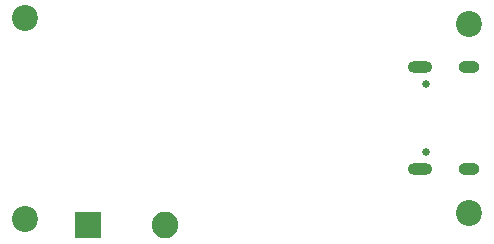
<source format=gbr>
%TF.GenerationSoftware,KiCad,Pcbnew,9.0.4*%
%TF.CreationDate,2025-09-01T13:06:02+02:00*%
%TF.ProjectId,EHT,4548542e-6b69-4636-9164-5f7063625858,rev?*%
%TF.SameCoordinates,Original*%
%TF.FileFunction,Soldermask,Bot*%
%TF.FilePolarity,Negative*%
%FSLAX46Y46*%
G04 Gerber Fmt 4.6, Leading zero omitted, Abs format (unit mm)*
G04 Created by KiCad (PCBNEW 9.0.4) date 2025-09-01 13:06:02*
%MOMM*%
%LPD*%
G01*
G04 APERTURE LIST*
%ADD10R,2.250000X2.250000*%
%ADD11C,2.250000*%
%ADD12C,2.200000*%
%ADD13C,0.650000*%
%ADD14O,2.100000X1.000000*%
%ADD15O,1.800000X1.000000*%
G04 APERTURE END LIST*
D10*
%TO.C,SW1*%
X149700000Y-92000000D03*
D11*
X156200000Y-92000000D03*
%TD*%
D12*
%TO.C,H4*%
X182000000Y-91000000D03*
%TD*%
%TO.C,H2*%
X144365000Y-74515000D03*
%TD*%
%TO.C,H3*%
X182000000Y-75000000D03*
%TD*%
%TO.C,H1*%
X144365000Y-91515000D03*
%TD*%
D13*
%TO.C,J1*%
X178320000Y-85870000D03*
X178320000Y-80090000D03*
D14*
X177820000Y-87300000D03*
D15*
X182000000Y-87300000D03*
D14*
X177820000Y-78660000D03*
D15*
X182000000Y-78660000D03*
%TD*%
M02*

</source>
